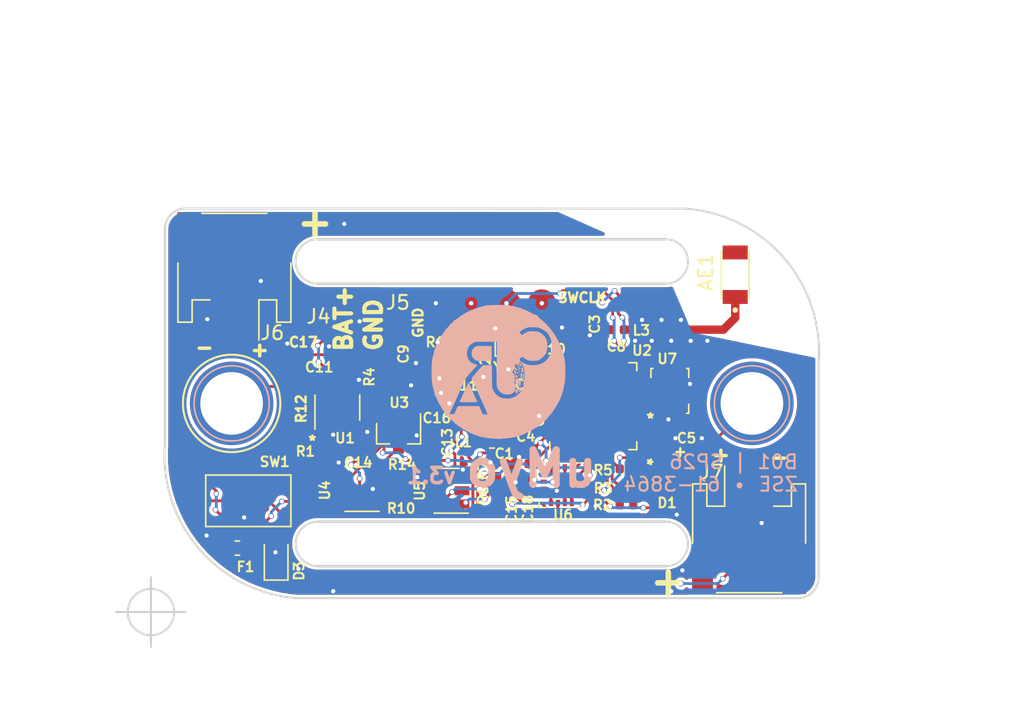
<source format=kicad_pcb>
(kicad_pcb (version 20241229) (generator "pcbnew") (generator_version "9.0")
  (layers (0 "F.Cu" signal) (2 "B.Cu" signal) (13 "F.Paste" user) (15 "B.Paste" user) (5 "F.SilkS" user "F.Silkscreen") (7 "B.SilkS" user "B.Silkscreen") (1 "F.Mask" user) (3 "B.Mask" user) (25 "Edge.Cuts" user))
  (net 0 "")
  (net 1 "GND")
  (net 2 "+BATT")
  (net 3 "+3V3")
  (net 4 "SWDIO")
  (net 5 "SWDCLK")
  (net 6 "BATT_LEVEL")
  (net 7 "Net-(C1-Pad1)")
  (net 8 "Net-(C2-Pad1)")
  (net 9 "Net-(C3-Pad1)")
  (net 10 "Net-(C12-Pad2)")
  (net 11 "Net-(R5-Pad2)")
  (net 12 "+4V")
  (net 13 "BT_OUT")
  (net 14 "SYS_ON")
  (net 15 "ADC_DATA")
  (net 16 "Net-(C8-Pad1)")
  (net 17 "Net-(C9-Pad2)")
  (net 18 "Net-(C10-Pad2)")
  (net 19 "Net-(C11-Pad2)")
  (net 20 "Net-(C11-Pad1)")
  (net 21 "Net-(D1-Pad2)")
  (net 22 "Net-(D1-Pad3)")
  (net 23 "Net-(D1-Pad1)")
  (net 24 "Net-(J2-Pad1)")
  (net 25 "Net-(L1-Pad2)")
  (net 26 "Net-(L1-Pad1)")
  (net 27 "Net-(R2-Pad2)")
  (net 28 "Net-(R3-Pad2)")
  (net 29 "Net-(R6-Pad2)")
  (net 30 "Net-(C17-Pad2)")
  (net 31 "AMP_SHIFT")
  (net 32 "Net-(U4-Pad4)")
  (net 35 "SPI_CS")
  (net 36 "SPI_SCL")
  (net 37 "SPI_SDI")
  (net 38 "SPI_SDO")
  (net 39 "IMU_INT")
  (net 40 "Net-(AE1-Pad1)")
  (net 41 "SCL")
  (net 42 "SDA")
  (net 62 "Net-(R14-Pad2)")
  (net 64 "+3V8")
  (net 65 "Net-(C15-Pad1)")
  (net 66 "Net-(C18-Pad1)")
  (net 67 "Net-(C18-Pad2)")
  (footprint "Button_Switch_SMD:SW_SPST_CK_RS282G05A3" (layer "F.Cu") (at 105 105)
    (property "Reference" "SW1")
    (property "Value" "SW_Push")
  )
  (footprint "Resistor_SMD:R_0402_1005Metric" (layer "F.Cu") (at 122.85 104.64 90)
    (property "Reference" "R6")
    (property "Value" "22k")
  )
  (footprint "Resistor_SMD:R_0402_1005Metric" (layer "F.Cu") (at 122.86 102.74 90)
    (property "Reference" "R7")
    (property "Value" "100k")
  )
  (footprint "ultimate_library:LGA-14_3x2.5mm_P0.5mm_fix" (layer "F.Cu") (at 135.3 97.1 90)
    (property "Reference" "U7")
    (property "Value" "LSM6DS3")
  )
  (footprint "ultimate_library:LED_RGB_0603_a4" (layer "F.Cu") (at 135 103 90)
    (property "Reference" "D1")
    (property "Value" "LED_BGRA")
  )
  (footprint "Capacitor_SMD:C_0402_1005Metric" (layer "F.Cu") (at 112.085 95.3 180)
    (property "Reference" "C11")
    (property "Value" "680 pF")
  )
  (footprint "Inductor_SMD:L_0402_1005Metric" (layer "F.Cu") (at 123.065 99.15)
    (property "Reference" "L2")
    (property "Value" "15 nH")
  )
  (footprint "Capacitor_SMD:C_0402_1005Metric" (layer "F.Cu") (at 126.715 93.1 180)
    (property "Reference" "C10")
    (property "Value" "12 pF")
  )
  (footprint "Capacitor_SMD:C_0402_1005Metric" (layer "F.Cu") (at 128.8 92.415 90)
    (property "Reference" "C3")
    (property "Value" "100 pF")
  )
  (footprint "Inductor_SMD:L_0402_1005Metric" (layer "F.Cu") (at 131.515 92.7 180)
    (property "Reference" "L3")
    (property "Value" "5.1 nH")
  )
  (footprint "Capacitor_SMD:C_0402_1005Metric" (layer "F.Cu") (at 120.53 99.05)
    (property "Reference" "C16")
    (property "Value" "100 nF")
  )
  (footprint "ultimate_library:conn_16_20" (layer "F.Cu") (at 110.05 91.25)
    (property "Reference" "J4")
    (property "Value" "Conn_01x01_Male")
  )
  (footprint "Package_TO_SOT_SMD:SOT-23-8" (layer "F.Cu") (at 111.4 98.3 90)
    (property "Reference" "U1")
    (property "Value" "AD8293G80ARJZ-R2")
  )
  (footprint "Capacitor_SMD:C_0402_1005Metric" (layer "F.Cu") (at 124.915 95.6)
    (property "Reference" "C6")
    (property "Value" "100 nF")
  )
  (footprint "Resistor_SMD:R_0402_1005Metric" (layer "F.Cu") (at 110.7 101.45 180)
    (property "Reference" "R1")
    (property "Value" "200k")
  )
  (footprint "Capacitor_SMD:C_0402_1005Metric" (layer "F.Cu") (at 112.815 101.45)
    (property "Reference" "C14")
    (property "Value" "2.2 uF")
  )
  (footprint "Capacitor_SMD:C_0402_1005Metric" (layer "F.Cu") (at 117.8 96.885 90)
    (property "Reference" "C7")
    (property "Value" "39 nF")
  )
  (footprint "Resistor_SMD:R_0402_1005Metric" (layer "F.Cu") (at 116 104.45)
    (property "Reference" "R10")
    (property "Value" "200k")
  )
  (footprint "Capacitor_SMD:C_0402_1005Metric" (layer "F.Cu") (at 124.655 102.34 180)
    (property "Reference" "C1")
    (property "Value" "100 nF")
  )
  (footprint "Crystal:Crystal_SMD_2016-4Pin_2.0x1.6mm" (layer "F.Cu") (at 124.1 93.45)
    (property "Reference" "Y1")
    (property "Value" "32MHz")
  )
  (footprint "ultimate_library:QFN-48-1EP_6x6mm_Pitch0.4mm" (layer "F.Cu") (at 129.8 98.2 90)
    (property "Reference" "U2")
    (property "Value" "nRF52810-QFxx")
  )
  (footprint "Package_TO_SOT_SMD:SOT-23" (layer "F.Cu") (at 115.8 100.15 -90)
    (property "Reference" "U3")
    (property "Value" "XC6206P332MR_SOT23")
  )
  (footprint "Inductor_SMD:L_0603_1608Metric" (layer "F.Cu") (at 122.5125 100.7 180)
    (property "Reference" "L1")
    (property "Value" "10 uH")
  )
  (footprint "Capacitor_SMD:C_0402_1005Metric" (layer "F.Cu") (at 129.715 93.9 180)
    (property "Reference" "C8")
    (property "Value" "0.8 pF")
  )
  (footprint "Resistor_SMD:R_0402_1005Metric" (layer "F.Cu") (at 118.885 94.6)
    (property "Reference" "R13")
    (property "Value" "4.7M")
  )
  (footprint "Capacitor_SMD:C_0402_1005Metric" (layer "F.Cu") (at 108.185 94.5)
    (property "Reference" "C17")
    (property "Value" "2.2 uF")
  )
  (footprint "Resistor_SMD:R_0402_1005Metric" (layer "F.Cu") (at 132.2 104 180)
    (property "Reference" "R3")
    (property "Value" "2k")
  )
  (footprint "Capacitor_SMD:C_0402_1005Metric" (layer "F.Cu") (at 125.035 101.25 180)
    (property "Reference" "C4")
    (property "Value" "100 nF")
  )
  (footprint "Capacitor_SMD:C_0402_1005Metric" (layer "F.Cu") (at 122 93.48 -90)
    (property "Reference" "C12")
    (property "Value" "12 pF")
  )
  (footprint "Resistor_SMD:R_0402_1005Metric" (layer "F.Cu") (at 108.7 96.3 -90)
    (property "Reference" "R12")
    (property "Value" "4.7M")
  )
  (footprint "Resistor_SMD:R_0402_1005Metric" (layer "F.Cu") (at 132.185 102.7 180)
    (property "Reference" "R5")
    (property "Value" "2k")
  )
  (footprint "Capacitor_SMD:C_0402_1005Metric" (layer "F.Cu") (at 124.95 98.915 90)
    (property "Reference" "C2")
    (property "Value" "2.2 uF")
  )
  (footprint "Capacitor_SMD:C_0402_1005Metric" (layer "F.Cu") (at 134.715 100.4 180)
    (property "Reference" "C5")
    (property "Value" "2.2 uF")
  )
  (footprint "ultimate_library:SWD_POGO" (layer "F.Cu") (at 122.29 90.8 -90)
    (property "Reference" "SC1")
    (property "Value" "SWD_POGO")
  )
  (footprint "ultimate_library:conn_16_20" (layer "F.Cu") (at 115.75 91.25 180)
    (property "Reference" "J5")
    (property "Value" "Conn_01x01_Male")
  )
  (footprint "Capacitor_SMD:C_0402_1005Metric" (layer "F.Cu") (at 118.3 100.765 -90)
    (property "Reference" "C13")
    (property "Value" "2.2 uF")
  )
  (footprint "Resistor_SMD:R_0402_1005Metric" (layer "F.Cu") (at 132.185 105.3 180)
    (property "Reference" "R2")
    (property "Value" "2k")
  )
  (footprint "Resistor_SMD:R_0402_1005Metric" (layer "F.Cu") (at 114.6 96.215 -90)
    (property "Reference" "R4")
    (property "Value" "100k")
  )
  (footprint "Capacitor_SMD:C_0402_1005Metric" (layer "F.Cu") (at 116.1 96.215 90)
    (property "Reference" "C9")
    (property "Value" "100 nF")
  )
  (footprint "Package_TO_SOT_SMD:SOT-23-5" (layer "F.Cu") (at 119.26 104.28 180)
    (property "Reference" "U5")
    (property "Value" "74AHC1G32")
  )
  (footprint "Resistor_SMD:R_0402_1005Metric" (layer "F.Cu") (at 120.515 97.75 180)
    (property "Reference" "R11")
    (property "Value" "100k")
  )
  (footprint "Connector_JST:JST_PH_S2B-PH-SM4-TB_1x02-1MP_P2.00mm_Horizontal" (layer "F.Cu") (at 104 88.85 180)
    (property "Reference" "J6")
    (property "Value" "Conn_01x02_Female")
  )
  (footprint "Connector_JST:JST_PH_S2B-PH-SM4-TB_1x02-1MP_P2.00mm_Horizontal" (layer "F.Cu") (at 141 107.1)
    (property "Reference" "J7")
    (property "Value" "Conn_01x02_Female")
  )
  (footprint "Resistor_SMD:R_0402_1005Metric" (layer "F.Cu") (at 116 103.25 180)
    (property "Reference" "R14")
    (property "Value" "10k")
  )
  (footprint "Package_TO_SOT_SMD:SOT-23-5" (layer "F.Cu") (at 112.85 104.15 180)
    (property "Reference" "U4")
    (property "Value" "MT9700")
  )
  (footprint "Diode_SMD:D_SOD-323" (layer "F.Cu") (at 107 109.2 90)
    (property "Reference" "D3")
    (property "Value" "D")
  )
  (footprint "Package_LGA:LGA-16_3x3mm_P0.5mm" (layer "F.Cu") (at 127.505 103.88 -90)
    (property "Reference" "U6")
    (property "Value" "QMC5883L")
  )
  (footprint "ultimate_library:KH3216-A55" (layer "F.Cu") (at 140 88.75 90)
    (property "Reference" "AE1")
    (property "Value" "Antenna")
  )
  (footprint "Fuse:Fuse_0603_1608Metric" (layer "F.Cu") (at 104.2125 108.4 180)
    (property "Reference" "F1")
    (property "Value" "Fuse")
  )
  (footprint "Capacitor_SMD:C_0402_1005Metric" (layer "F.Cu") (at 125.08 103.88 -90)
    (property "Reference" "C18")
    (property "Value" "100 nF")
  )
  (footprint "Capacitor_SMD:C_0402_1005Metric" (layer "F.Cu") (at 123.94 103.895 90)
    (property "Reference" "C15")
    (property "Value" "2.2 uF")
  )
  (footprint "ultimate_library:uMyo_dry_connector" (layer "B.Cu") (at 141.2 98)
    (property "Reference" "J1")
    (property "Value" "Conn_01x01_Male")
  )
  (footprint "ultimate_library:uMyo_dry_connector" (layer "B.Cu") (at 103.8 98 180)
    (property "Reference" "J2")
    (property "Value" "Conn_01x01_Male")
  )
  (footprint "LOGO" (layer "B.Cu") (at 122.970322 95.789313 180)
    (property "Reference" "G***" (hide yes))
    (property "Value" "LOGO" (hide yes))
  )
  (gr_circle (center 103.8 98) (end 107.3 98) (stroke (width 0.15)) (fill no) (layer "F.SilkS"))
  (gr_line (start 108.5 112) (end 144.5 112) (stroke (width 0.15)) (layer "Edge.Cuts"))
  (gr_arc (start 135 106.5) (mid 136.6 108.1) (end 135 109.7) (stroke (width 0.15)) (layer "Edge.Cuts"))
  (gr_line (start 110 106.5) (end 135 106.5) (stroke (width 0.2)) (layer "Edge.Cuts"))
  (gr_line (start 110 109.7) (end 135 109.7) (stroke (width 0.2)) (layer "Edge.Cuts"))
  (gr_arc (start 110 109.7) (mid 108.4 108.1) (end 110 106.5) (stroke (width 0.15)) (layer "Edge.Cuts"))
  (gr_line (start 110 86.2) (end 135 86.2) (stroke (width 0.2)) (layer "Edge.Cuts"))
  (gr_line (start 110 89.4) (end 135 89.4) (stroke (width 0.2)) (layer "Edge.Cuts"))
  (gr_arc (start 110 89.4) (mid 108.4 87.8) (end 110 86.2) (stroke (width 0.15)) (layer "Edge.Cuts"))
  (gr_arc (start 135 86.2) (mid 136.6 87.8) (end 135 89.4) (stroke (width 0.15)) (layer "Edge.Cuts"))
  (gr_arc (start 146 110.5) (mid 145.56066 111.56066) (end 144.5 112) (stroke (width 0.15)) (layer "Edge.Cuts"))
  (gr_arc (start 108.5 112) (mid 101.471825 108.467514) (end 99 101) (stroke (width 0.15)) (layer "Edge.Cuts"))
  (gr_arc (start 136.4 84) (mid 143.478175 87.511775) (end 146 95) (stroke (width 0.15)) (layer "Edge.Cuts"))
  (gr_arc (start 99 85.5) (mid 99.434636 84.430766) (end 100.5 83.986726) (stroke (width 0.15)) (layer "Edge.Cuts"))
  (gr_line (start 146 110.5) (end 146 95) (stroke (width 0.15)) (layer "Edge.Cuts"))
  (gr_line (start 100.5 83.986726) (end 136.4 84) (stroke (width 0.15)) (layer "Edge.Cuts"))
  (gr_line (start 99 101) (end 99 85.5) (stroke (width 0.15)) (layer "Edge.Cuts"))
  (gr_text "BAT+" (at 111.85 91.9 90) (layer "F.SilkS") (effects (font (size 1.2 1.2) (thickness 0.3))))
  (gr_text "GND" (at 114 92.35 90) (layer "F.SilkS") (effects (font (size 1.2 1.2) (thickness 0.3))))
  (gr_text "*" (at 133.65 102.2 270) (layer "F.SilkS") (effects (font (size 0.7 0.7) (thickness 0.175))))
  (gr_text "*" (at 127.02 101.77 0) (layer "F.SilkS") (effects (font (size 0.7 0.7) (thickness 0.175))))
  (gr_text "+" (at 136.05 101.45 0) (layer "F.SilkS") (effects (font (size 0.7 0.7) (thickness 0.175))))
  (gr_text "*" (at 109.6 100.7 0) (layer "F.SilkS") (effects (font (size 0.7 0.7) (thickness 0.175))))
  (gr_text "*" (at 133.9 99.1 0) (layer "F.SilkS") (effects (font (size 0.7 0.7) (thickness 0.175))))
  (gr_text "+" (at 135.05 110.9 90) (layer "F.SilkS") (effects (font (size 2 2) (thickness 0.4))))
  (gr_text "-" (at 101.85 94.1 180) (layer "F.SilkS") (effects (font (size 1 1) (thickness 0.25))))
  (gr_text "+" (at 105.75 94.2 90) (layer "F.SilkS") (effects (font (size 1 1) (thickness 0.25))))
  (gr_text "*" (at 129.39 102.76 0) (layer "F.SilkS") (effects (font (size 0.7 0.7) (thickness 0.175))))
  (gr_text "-" (at 143.15 102 180) (layer "F.SilkS") (effects (font (size 1 1) (thickness 0.25))))
  (gr_text "+" (at 109.65 85.1 90) (layer "F.SilkS") (effects (font (size 2 2) (thickness 0.4))))
  (gr_text "+" (at 138.9 101.75 90) (layer "F.SilkS") (effects (font (size 1 1) (thickness 0.25))))
  (gr_text "uMyo" (at 125.35 102.7 0) (layer "B.SilkS") (effects (font (size 2.5 2.5) (thickness 0.5)) (justify mirror)))
  (gr_text "v3.1" (at 118.15 103.2 0) (layer "B.SilkS") (effects (font (size 1.1 1.1) (thickness 0.25)) (justify mirror)))
  (gr_text "B01 | SP26  \nZSE • 61-3864" (at 144.6 104.4 0) (layer "B.SilkS") (effects (font (size 1 1)) (justify left bottom mirror)))
  (target plus (at 98 113) (size 5) (width 0.15) (layer "Edge.Cuts"))
  (segment (start 120.36 103.33) (end 120.36 102.82) (width 0.2) (layer "F.Cu") (net 1))
  (segment (start 124.8 94) (end 124.635 94) (width 0.2) (layer "F.Cu") (net 1))
  (segment (start 142 106.5) (end 141.9 106.6) (width 0.2) (layer "F.Cu") (net 1))
  (segment (start 123.94 103.41) (end 123.94 102.57) (width 0.2) (layer "F.Cu") (net 1))
  (segment (start 124.635 94) (end 123.535 92.9) (width 0.2) (layer "F.Cu") (net 1))
  (segment (start 103 91.7) (end 102.3 91.7) (width 0.2) (layer "F.Cu") (net 1))
  (segment (start 122.86 102.255) (end 124.085 102.255) (width 0.2) (layer "F.Cu") (net 1))
  (segment (start 117.5 96.7) (end 117.8 96.4) (width 0.2) (layer "F.Cu") (net 1))
  (segment (start 125.875 99.075) (end 125.23 98.43) (width 0.2) (layer "F.Cu") (net 1))
  (segment (start 107.7 93.8) (end 107.8 93.7) (width 0.2) (layer "F.Cu") (net 1))
  (segment (start 128.8 99.2) (end 129.8 98.2) (width 0.2) (layer "F.Cu") (net 1))
  (segment (start 135.2 100.4) (end 135.6 100.4) (width 0.2) (layer "F.Cu") (net 1))
  (segment (start 120.36 102.82) (end 120.42 102.76) (width 0.2) (layer "F.Cu") (net 1))
  (segment (start 112.33 101.45) (end 112.3 101.45) (width 0.2) (layer "F.Cu") (net 1))
  (segment (start 120.045 99.05) (end 120.045 97.765) (width 0.2) (layer "F.Cu") (net 1))
  (segment (start 135.05 99) (end 135.2 99.15) (width 0.2) (layer "F.Cu") (net 1))
  (segment (start 114.6 96.7) (end 116.1 96.7) (width 0.2) (layer "F.Cu") (net 1))
  (segment (start 127.755 104.86) (end 127.175 104.28) (width 0.2) (layer "F.Cu") (net 1))
  (segment (start 129.23 93.42) (end 129.55 93.1) (width 0.2) (layer "F.Cu") (net 1))
  (segment (start 135.55 98.8) (end 135.2 99.15) (width 0.2) (layer "F.Cu") (net 1))
  (segment (start 131.2 96.8) (end 129.8 98.2) (width 0.2) (layer "F.Cu") (net 1))
  (segment (start 135.6 100.4) (end 135.7 100.5) (width 0.2) (layer "F.Cu") (net 1))
  (segment (start 125.23 98.43) (end 124.95 98.43) (width 0.2) (layer "F.Cu") (net 1))
  (segment (start 129.6 95.275) (end 129.6 98) (width 0.2) (layer "F.Cu") (net 1))
  (segment (start 127.755 105.155) (end 127.755 104.86) (width 0.2) (layer "F.Cu") (net 1))
  (segment (start 142 104.25) (end 142 106.5) (width 0.2) (layer "F.Cu") (net 1))
  (segment (start 116.485 103.25) (end 117.1 103.25) (width 0.2) (layer "F.Cu") (net 1))
  (segment (start 124.085 102.255) (end 124.17 102.34) (width 0.2) (layer "F.Cu") (net 1))
  (segment (start 135.05 98.2375) (end 135.05 99) (width 0.2) (layer "F.Cu") (net 1))
  (segment (start 124.55 101.25) (end 124.55 101.76) (width 0.2) (layer "F.Cu") (net 1))
  (segment (start 116.7 96.7) (end 117.5 96.7) (width 0.2) (layer "F.Cu") (net 1))
  (segment (start 123.535 92.9) (end 123.4 92.9) (width 0.2) (layer "F.Cu") (net 1))
  (segment (start 123.4 92.9) (end 123.05 92.9) (width 0.2) (layer "F.Cu") (net 1))
  (segment (start 122 92.995) (end 123.305 92.995) (width 0.2) (layer "F.Cu") (net 1))
  (segment (start 124.43 95.6) (end 123.75 95.6) (width 0.2) (layer "F.Cu") (net 1))
  (segment (start 126.875 99.2) (end 128.8 99.2) (width 0.2) (layer "F.Cu") (net 1))
  (segment (start 129.6 98) (end 129.8 98.2) (width 0.2) (layer "F.Cu") (net 1))
  (segment (start 125.875 98.925) (end 125.9 98.9) (width 0.2) (layer "F.Cu") (net 1))
  (segment (start 124.55 101.76) (end 124.46 101.85) (width 0.2) (layer "F.Cu") (net 1))
  (segment (start 112.3 101.45) (end 111.5 102.25) (width 0.2) (layer "F.Cu") (net 1))
  (segment (start 136.25 97.1) (end 136.75 96.6) (width 0.2) (layer "F.Cu") (net 1))
  (segment (start 107 108.15) (end 107 108.65) (width 0.2) (layer "F.Cu") (net 1))
  (segment (start 127.2 92.9) (end 127.55 92.55) (width 0.2) (layer "F.Cu") (net 1))
  (segment (start 115.75 91.25) (end 118.03 91.25) (width 0.2) (layer "F.Cu") (net 1))
  (segment (start 102.3 91.7) (end 102.05 91.95) (width 0.2) (layer "F.Cu") (net 1))
  (segment (start 129.6 94.27) (end 129.23 93.9) (width 0.2) (layer "F.Cu") (net 1))
  (segment (start 118.03 91.25) (end 118.48 90.8) (width 0.2) (layer "F.Cu") (net 1))
  (segment (start 131.2 95.275) (end 131.2 96.8) (width 0.2) (layer "F.Cu") (net 1))
  (segment (start 116.1 96.7) (end 116.7 96.7) (width 0.2) (layer "F.Cu") (net 1))
  (segment (start 120.045 97.765) (end 120.03 97.75) (width 0.2) (layer "F.Cu") (net 1))
  (segment (start 124.17 102.34) (end 124.17 102.14) (width 0.2) (layer "F.Cu") (net 1))
  (segment (start 135.2 100.4) (end 135.2 99.15) (width 0.2) (layer "F.Cu") (net 1))
  (segment (start 111.07 99.4) (end 111.07 100.22) (width 0.2) (layer "F.Cu") (net 1))
  (segment (start 124.17 102.14) (end 124.46 101.85) (width 0.2) (layer "F.Cu") (net 1))
  (segment (start 123.75 95.6) (end 123.7 95.55) (width 0.2) (layer "F.Cu") (net 1))
  (segment (start 129.23 93.9) (end 129.23 93.42) (width 0.2) (layer "F.Cu") (net 1))
  (segment (start 111.07 100.22) (end 111.1 100.25) (width 0.2) (layer "F.Cu") (net 1))
  (segment (start 117.1 103.25) (end 117.15 103.3) (width 0.2) (layer "F.Cu") (net 1))
  (segment (start 125.875 99.075) (end 125.875 98.925) (width 0.2) (layer "F.Cu") (net 1))
  (segment (start 116.75 99.95) (end 117.1 100.3) (width 0.2) (layer "F.Cu") (net 1))
  (segment (start 126 99.2) (end 125.875 99.075) (width 0.2) (layer "F.Cu") (net 1))
  (segment (start 126.875 99.2) (end 126 99.2) (width 0.2) (layer "F.Cu") (net 1))
  (segment (start 126.755 105.155) (end 126.755 104.7) (width 0.2) (layer "F.Cu") (net 1))
  (segment (start 120.03 97.75) (end 119.7 97.75) (width 0.2) (layer "F.Cu") (net 1))
  (segment (start 107 108.65) (end 106.95 108.7) (width 0.2) (layer "F.Cu") (net 1))
  (segment (start 127.2 93.1) (end 127.2 92.9) (width 0.2) (layer "F.Cu") (net 1))
  (segment (start 128.8 91.93) (end 128.17 91.93) (width 0.2) (layer "F.Cu") (net 1))
  (segment (start 128.17 91.93) (end 127.55 92.55) (width 0.2) (layer "F.Cu") (net 1))
  (segment (start 135.55 98.2375) (end 135.55 98.8) (width 0.2) (layer "F.Cu") (net 1))
  (segment (start 129.6 95.275) (end 129.6 94.27) (width 0.2) (layer "F.Cu") (net 1))
  (segment (start 136.1875 97.1) (end 136.25 97.1) (width 0.2) (layer "F.Cu") (net 1))
  (segment (start 119.7 97.75) (end 119.45 98) (width 0.2) (layer "F.Cu") (net 1))
  (segment (start 123.94 102.57) (end 124.17 102.34) (width 0.2) (layer "F.Cu") (net 1))
  (segment (start 126.755 104.7) (end 127.175 104.28) (width 0.2) (layer "F.Cu") (net 1))
  (segment (start 107.7 94.5) (end 107.7 93.8) (width 0.2) (layer "F.Cu") (net 1))
  (segment (start 123.05 92.9) (end 122.75 92.6) (width 0.2) (layer "F.Cu") (net 1))
  (segment (start 136.1875 96.6) (end 136.75 96.6) (width 0.2) (layer "F.Cu") (net 1))
  (segment (start 116.75 99.15) (end 116.75 99.95) (width 0.2) (layer "F.Cu") (net 1))
  (segment (start 123.305 92.995) (end 123.4 92.9) (width 0.2) (layer "F.Cu") (net 1))
  (via (at 120.42 102.76) (size 0.4) (drill 0.3) (layers "F.Cu" "B.Cu") (net 1))
  (via (at 118.6 93.6) (size 0.4) (drill 0.3) (layers "F.Cu" "B.Cu") (net 1))
  (via (at 107.8 93.7) (size 0.4) (drill 0.3) (layers "F.Cu" "B.Cu") (net 1))
  (via (at 125.9 98.9) (size 0.4) (drill 0.3) (layers "F.Cu" "B.Cu") (net 1))
  (via (at 133.3 92) (size 0.4) (drill 0.3) (layers "F.Cu" "B.Cu") (net 1))
  (via (at 108.6 109.9) (size 0.4) (drill 0.3) (layers "F.Cu" "B.Cu") (net 1))
  (via (at 138 93.5) (size 0.4) (drill 0.3) (layers "F.Cu" "B.Cu") (net 1))
  (via (at 124.22 103.67) (size 0.4) (drill 0.3) (layers "F.Cu" "B.Cu") (net 1))
  (via (at 135.7 100.5) (size 0.4) (drill 0.3) (layers "F.Cu" "B.Cu") (net 1))
  (via (at 137.6 100.5) (size 0.4) (drill 0.3) (layers "F.Cu" "B.Cu") (net 1))
  (via (at 135.4 111.5) (size 0.4) (drill 0.3) (layers "F.Cu" "B.Cu") (net 1))
  (via (at 136.8 93.5) (size 0.4) (drill 0.3) (layers "F.Cu" "B.Cu") (net 1))
  (via (at 127.175 104.28) (size 0.4) (drill 0.3) (layers "F.Cu" "B.Cu") (net 1))
  (via (at 116.7 96.7) (size 0.4) (drill 0.3) (layers "F.Cu" "B.Cu") (net 1))
  (via (at 129.97 105.39) (size 0.4) (drill 0.3) (layers "F.Cu" "B.Cu") (net 1))
  (via (at 129.55 93.1) (size 0.4) (drill 0.3) (layers "F.Cu" "B.Cu") (net 1))
  (via (at 134 93.5) (size 0.4) (drill 0.3) (layers "F.Cu" "B.Cu") (net 1))
  (via (at 117.05 95.1) (size 0.4) (drill 0.3) (layers "F.Cu" "B.Cu") (net 1))
  (via (at 110.8 93.9) (size 0.4) (drill 0.3) (layers "F.Cu" "B.Cu") (net 1))
  (via (at 135.4 93.5) (size 0.4) (drill 0.3) (layers "F.Cu" "B.Cu") (net 1))
  (via (at 102.05 91.95) (size 0.4) (drill 0.3) (layers "F.Cu" "B.Cu") (net 1))
  (via (at 106.95 108.7) (size 0.4) (drill 0.3) (layers "F.Cu" "B.Cu") (net 1))
  (via (at 111.1 100.25) (size 0.4) (drill 0.3) (layers "F.Cu" "B.Cu") (net 1))
  (via (at 105.9 89.2) (size 0.4) (drill 0.3) (layers "F.Cu" "B.Cu") (net 1))
  (via (at 113.55 100.05) (size 0.4) (drill 0.3) (layers "F.Cu" "B.Cu") (net 1))
  (via (at 124.46 101.85) (size 0.4) (drill 0.3) (layers "F.Cu" "B.Cu") (net 1))
  (via (at 136.75 96.6) (size 0.4) (drill 0.3) (layers "F.Cu" "B.Cu") (net 1))
  (via (at 127.55 92.55) (size 0.4) (drill 0.3) (layers "F.Cu" "B.Cu") (net 1))
  (via (at 119.45 98) (size 0.4) (drill 0.3) (layers "F.Cu" "B.Cu") (net 1))
  (via (at 141.9 106.6) (size 0.4) (drill 0.3) (layers "F.Cu" "B.Cu") (net 1))
  (via (at 111.5 102.25) (size 0.4) (drill 0.3) (layers "F.Cu" "B.Cu") (net 1))
  (via (at 121.9 96.1) (size 0.4) (drill 0.3) (layers "F.Cu" "B.Cu") (net 1))
  (via (at 117.15 103.3) (size 0.4) (drill 0.3) (layers "F.Cu" "B.Cu") (net 1))
  (via (at 111.1 111.5) (size 0.4) (drill 0.3) (layers "F.Cu" "B.Cu") (net 1))
  (via (at 134.7 92) (size 0.4) (drill 0.3) (layers "F.Cu" "B.Cu") (net 1))
  (via (at 113.95 104.15) (size 0.4) (drill 0.3) (layers "F.Cu" "B.Cu") (net 1))
  (via (at 122.41 102.24) (size 0.4) (drill 0.3) (layers "F.Cu" "B.Cu") (net 1))
  (via (at 135.8 106) (size 0.4) (drill 0.3) (layers "F.Cu" "B.Cu") (net 1))
  (via (at 113 92.1) (size 0.4) (drill 0.3) (layers "F.Cu" "B.Cu") (net 1))
  (via (at 122.75 92.6) (size 0.4) (drill 0.3) (layers "F.Cu" "B.Cu") (net 1))
  (via (at 117.1 100.3) (size 0.4) (drill 0.3) (layers "F.Cu" "B.Cu") (net 1))
  (via (at 112.95 96.3) (size 0.4) (drill 0.3) (layers "F.Cu" "B.Cu") (net 1))
  (via (at 111.9 85.1) (size 0.4) (drill 0.3) (layers "F.Cu" "B.Cu") (net 1))
  (via (at 132.8 93.5) (size 0.4) (drill 0.3) (layers "F.Cu" "B.Cu") (net 1))
  (via (at 136.1 92) (size 0.4) (drill 0.3) (layers "F.Cu" "B.Cu") (net 1))
  (via (at 136.2 110) (size 0.4) (drill 0.3) (layers "F.Cu" "B.Cu") (net 1))
  (via (at 135.2 99.15) (size 0.4) (drill 0.3) (layers "F.Cu" "B.Cu") (net 1))
  (via (at 123.7 95.55) (size 0.4) (drill 0.3) (layers "F.Cu" "B.Cu") (net 1))
  (via (at 118.48 90.8) (size 0.4) (drill 0.3) (layers "F.Cu" "B.Cu") (net 1))
  (via (at 104.7 106.2) (size 0.4) (drill 0.3) (layers "F.Cu" "B.Cu") (net 1))
  (via (at 102 107.5) (size 0.4) (drill 0.3) (layers "F.Cu" "B.Cu") (net 1))
  (segment (start 114.865 105.1) (end 115.515 104.45) (width 0.2) (layer "F.Cu") (net 2))
  (segment (start 113 104.55) (end 113 103.65) (width 0.2) (layer "F.Cu") (net 2))
  (segment (start 112.395908 102.40717) (end 112.653078 102.15) (width 0.2) (layer "F.Cu") (net 2))
  (segment (start 118.2 101.15) (end 118.3 101.25) (width 0.2) (layer "F.Cu") (net 2))
  (segment (start 115.8 101.15) (end 118.2 101.15) (width 0.2) (layer "F.Cu") (net 2))
  (segment (start 113.95 105.1) (end 114.865 105.1) (width 0.2) (layer "F.Cu") (net 2))
  (segment (start 113.55 105.1) (end 113.15 104.7) (width 0.2) (layer "F.Cu") (net 2))
  (segment (start 113 103.65) (end 113 103.4) (width 0.2) (layer "F.Cu") (net 2))
  (segment (start 113.15 104.7) (end 113 104.55) (width 0.2) (layer "F.Cu") (net 2))
  (segment (start 112.653078 102.15) (end 114.8 102.15) (width 0.2) (layer "F.Cu") (net 2))
  (segment (start 114.8 102.15) (end 115.8 101.15) (width 0.2) (layer "F.Cu") (net 2))
  (segment (start 113.95 105.1) (end 113.55 105.1) (width 0.2) (layer "F.Cu") (net 2))
  (via (at 112.395908 102.40717) (size 0.4) (drill 0.3) (layers "F.Cu" "B.Cu") (net 2))
  (via (at 113 103.4) (size 0.4) (drill 0.3) (layers "F.Cu" "B.Cu") (net 2))
  (segment (start 113 103.011262) (end 112.395908 102.40717) (width 0.2) (layer "B.Cu") (net 2))
  (segment (start 113 103.4) (end 113 103.011262) (width 0.2) (layer "B.Cu") (net 2))
  (segment (start 128.78 104.63) (end 128.51495 104.63) (width 0.2) (layer "F.Cu") (net 3))
  (segment (start 109.989488 93.850276) (end 111.089764 92.75) (width 0.2) (layer "F.Cu") (net 3))
  (segment (start 125.4 95.6) (end 124.8 95) (width 0.2) (layer "F.Cu") (net 3))
  (segment (start 119.1 92.85) (end 119.07 92.82) (width 0.2) (layer "F.Cu") (net 3))
  (segment (start 109.8 98.7) (end 109.805025 98.7) (width 0.2) (layer "F.Cu") (net 3))
  (segment (start 137.25 96.392893) (end 136.819607 95.9625) (width 0.2) (layer "F.Cu") (net 3))
  (segment (start 125.095 100.91285) (end 124.86215 100.68) (width 0.2) (layer "F.Cu") (net 3))
  (segment (start 130.556094 104.26) (end 129.44 104.26) (width 0.2) (layer "F.Cu") (net 3))
  (segment (start 134.23 100.4) (end 132.73 101.9) (width 0.2) (layer "F.Cu") (net 3))
  (segment (start 125.925 95.275) (end 127.6 95.275) (width 0.2) (layer "F.Cu") (net 3))
  (segment (start 127.755 102.605) (end 127.755 103.195) (width 0.2) (layer "F.Cu") (net 3))
  (segment (start 109.805025 98.7) (end 110.305025 98.2) (width 0.2) (layer "F.Cu") (net 3))
  (segment (start 111.07 97.93) (end 111.07 97.2) (width 0.2) (layer "F.Cu") (net 3))
  (segment (start 126.755 102.605) (end 126.755 102.455) (width 0.2) (layer "F.Cu") (net 3))
  (segment (start 114.85 99.15) (end 114.85 100.8) (width 0.2) (layer "F.Cu") (net 3))
  (segment (start 119.2 92.85) (end 119.1 92.85) (width 0.2) (layer "F.Cu") (net 3))
  (segment (start 126.875 100.4) (end 126.37 100.4) (width 0.2) (layer "F.Cu") (net 3))
  (segment (start 125.095 100.95) (end 125.095 100.91285) (width 0.2) (layer "F.Cu") (net 3))
  (segment (start 111.089764 92.75) (end 119.07 92.75) (width 0.2) (layer "F.Cu") (net 3))
  (segment (start 113.3 101.1) (end 113.3 101.45) (width 0.2) (layer "F.Cu") (net 3))
  (segment (start 136.2 99.35) (end 136.2 101.45) (width 0.2) (layer "F.Cu") (net 3))
  (segment (start 127 103.13) (end 127.69 103.13) (width 0.2) (layer "F.Cu") (net 3))
  (segment (start 110.305025 98.2) (end 110.8 98.2) (width 0.2) (layer "F.Cu") (net 3))
  (segment (start 128.14 103.58) (end 127.755 103.195) (width 0.2) (layer "F.Cu") (net 3))
  (segment (start 128.14 104.25505) (end 128.14 103.58) (width 0.2) (layer "F.Cu") (net 3))
  (segment (start 136.7 97.6) (end 136.775 97.525) (width 0.2) (layer "F.Cu") (net 3))
  (segment (start 109.65 102.1) (end 109.35 101.8) (width 0.2) (layer "F.Cu") (net 3))
  (segment (start 114.75 100.9) (end 114.2 101.45) (width 0.2) (layer "F.Cu") (net 3))
  (segment (start 129.44 104.395) (end 129.44 104.26) (width 0.2) (layer "F.Cu") (net 3))
  (segment (start 128.78 104.63) (end 129.205 104.63) (width 0.2) (layer "F.Cu") (net 3))
  (segment (start 119.07 92.75) (end 121.02 90.8) (width 0.2) (layer "F.Cu") (net 3))
  (segment (start 126.755 102.605) (end 126.755 102.885) (width 0.2) (layer "F.Cu") (net 3))
  (segment (start 111.185 101.45) (end 110.535 102.1) (width 0.2) (layer "F.Cu") (net 3))
  (segment (start 126.755 102.885) (end 127 103.13) (width 0.2) (layer "F.Cu") (net 3))
  (segment (start 132.73 101.9) (end 131.7 101.9) (width 0.2) (layer "F.Cu") (net 3))
  (segment (start 114.75 100.9) (end 114.75 101.45) (width 0.2) (layer "F.Cu") (net 3))
  (segment (start 111.185 101.315) (end 111.8 100.7) (width 0.2) (layer "F.Cu") (net 3))
  (segment (start 109.35 101.8) (end 109.35 99.15) (width 0.2) (layer "F.Cu") (net 3))
  (segment (start 121.35 95) (end 119.2 92.85) (width 0.2) (layer "F.Cu") (net 3))
  (segment (start 111.07 96.02) (end 110.05 95) (width 0.2) (layer "F.Cu") (net 3))
  (segment (start 125.13215 100.95) (end 125.095 100.95) (width 0.2) (layer "F.Cu") (net 3))
  (segment (start 134.23 100.63) (end 134.23 100.4) (width 0.2) (layer "F.Cu") (net 3))
  (segment (start 114.75 101.45) (end 114.65 101.55) (width 0.2) (layer "F.Cu") (net 3))
  (segment (start 125.4 95.6) (end 125.55 95.6) (width 0.2) (layer "F.Cu") (net 3))
  (segment (start 136.7 97.6) (end 136.7 98.85) (width 0.2) (layer "F.Cu") (net 3))
  (segment (start 116.294416 101.99643) (end 116.397986 102.1) (width 0.2) (layer "F.Cu") (net 3))
  (segment (start 111.8 100.7) (end 112.9 100.7) (width 0.2) (layer "F.Cu") (net 3))
  (segment (start 136.775 97.525) (end 136.775 97.325) (width 0.2) (layer "F.Cu") (net 3))
  (segment (start 125.9 95.25) (end 125.925 95.275) (width 0.2) (layer "F.Cu") (net 3))
  (segment (start 126.009469 100.842859) (end 125.922328 100.93) (width 0.2) (layer "F.Cu") (net 3))
  (segment (start 116.397986 102.1) (end 119.35 102.1) (width 0.2) (layer "F.Cu") (net 3))
  (segment (start 125.55 95.6) (end 125.9 95.25) (width 0.2) (layer "F.Cu") (net 3))
  (segment (start 124.8 95) (end 121.35 95) (width 0.2) (layer "F.Cu") (net 3))
  (segment (start 110.535 102.1) (end 109.65 102.1) (width 0.2) (layer "F.Cu") (net 3))
  (segment (start 136.1875 97.6) (end 136.7 97.6) (width 0.2) (layer "F.Cu") (net 3))
  (segment (start 110.8 98.2) (end 111.07 97.93) (width 0.2) (layer "F.Cu") (net 3))
  (segment (start 128.51495 104.63) (end 128.14 104.25505) (width 0.2) (layer "F.Cu") (net 3))
  (segment (start 123.9875 101.5625) (end 121.765037 101.5625) (width 0.2) (layer "F.Cu") (net 3))
  (segment (start 121.765037 101.5625) (end 121.657842 101.669695) (width 0.2) (layer "F.Cu") (net 3))
  (segment (start 124.23785 100.68) (end 123.9875 100.93035) (width 0.2) (layer "F.Cu") (net 3))
  (segment (start 136.775 97.325) (end 137.25 96.85) (width 0.2) (layer "F.Cu") (net 3))
  (segment (start 127.69 103.13) (end 127.755 103.195) (width 0.2) (layer "F.Cu") (net 3))
  (segment (start 114.85 100.8) (end 114.75 100.9) (width 0.2) (layer "F.Cu") (net 3))
  (segment (start 109.35 99.15) (end 109.8 98.7) (width 0.2) (layer "F.Cu") (net 3))
  (segment (start 123.9875 100.93035) (end 123.9875 101.5625) (width 0.2) (layer "F.Cu") (net 3))
  (segment (start 111.185 101.45) (end 111.185 101.315) (width 0.2) (layer "F.Cu") (net 3))
  (segment (start 135.45 102.2) (end 135.45 101.85) (width 0.2) (layer "F.Cu") (net 3))
  (segment (start 132.725 100.4) (end 134.23 100.4) (width 0.2) (layer "F.Cu") (net 3))
  (segment (start 125.729477 101.108616) (end 125.661384 101.108616) (width 0.2) (layer "F.Cu") (net 3))
  (segment (start 137.25 96.85) (end 137.25 96.392893) (width 0.2) (layer "F.Cu") (net 3))
  (segment (start 136.819607 95.9625) (end 136.05 95.9625) (width 0.2) (layer "F.Cu") (net 3))
  (segment (start 135.45 101.85) (end 134.23 100.63) (width 0.2) (layer "F.Cu") (net 3))
  (segment (start 129.205 104.63) (end 129.44 104.395) (width 0.2) (layer "F.Cu") (net 3))
  (segment (start 130.577403 104.238691) (end 130.556094 104.26) (width 0.2) (layer "F.Cu") (net 3))
  (segment (start 125.84 100.93) (end 125.52 101.25) (width 0.2) (layer "F.Cu") (net 3))
  (segment (start 124.86215 100.68) (end 124.23785 100.68) (width 0.2) (layer "F.Cu") (net 3))
  (segment (start 114.2 101.45) (end 113.3 101.45) (width 0.2) (layer "F.Cu") (net 3))
  (segment (start 136.7 98.85) (end 136.2 99.35) (width 0.2) (layer "F.Cu") (net 3))
  (segment (start 119.07 92.82) (end 119.07 92.75) (width 0.2) (layer "F.Cu") (net 3))
  (segment (start 125.922328 100.93) (end 125.84 100.93) (width 0.2) (layer "F.Cu") (net 3))
  (segment (start 112.9 100.7) (end 113.3 101.1) (width 0.2) (layer "F.Cu") (net 3))
  (segment (start 136.2 101.45) (end 135.45 102.2) (width 0.2) (layer "F.Cu") (net 3))
  (segment (start 126.37 100.4) (end 125.84 100.93) (width 0.2) (layer "F.Cu") (net 3))
  (segment (start 111.07 97.2) (end 111.07 96.02) (width 0.2) (layer "F.Cu") (net 3))
  (segment (start 125.43215 101.25) (end 125.13215 100.95) (width 0.2) (layer "F.Cu") (net 3))
  (segment (start 126.755 102.455) (end 126.41 102.11) (width 0.2) (layer "F.Cu") (net 3))
  (segment (start 125.52 101.25) (end 125.43215 101.25) (width 0.2) (layer "F.Cu") (net 3))
  (segment (start 125.661384 101.108616) (end 125.52 101.25) (width 0.2) (layer "F.Cu") (net 3))
  (via (at 119.35 102.1) (size 0.4) (drill 0.3) (layers "F.Cu" "B.Cu") (net 3))
  (via (at 126.009469 100.842859) (size 0.4) (drill 0.3) (layers "F.Cu" "B.Cu") (net 3))
  (via (at 121.02 90.8) (size 0.4) (drill 0.3) (layers "F.Cu" "B.Cu") (net 3))
  (via (at 110.05 95) (size 0.4) (drill 0.3) (layers "F.Cu" "B.Cu") (net 3))
  (via (at 131.7 101.9) (size 0.4) (drill 0.3) (layers "F.Cu" "B.Cu") (net 3))
  (via (at 114.65 101.55) (size 0.4) (drill 0.3) (layers "F.Cu" "B.Cu") (net 3))
  (via (at 116.294416 101.99643) (size 0.4) (drill 0.3) (layers "F.Cu" "B.Cu") (net 3))
  (via (at 126.41 102.11) (size 0.4) (drill 0.3) (layers "F.Cu" "B.Cu") (net 3))
  (via (at 130.577403 104.238691) (size 0.4) (drill 0.3) (layers "F.Cu" "B.Cu") (net 3))
  (via (at 109.989488 93.850276) (size 0.4) (drill 0.3) (layers "F.Cu" "B.Cu") (net 3))
  (via (at 121.657842 101.669695) (size 0.4) (drill 0.3) (layers "F.Cu" "B.Cu") (net 3))
  (segment (start 126.41 102.11) (end 126.41 101.789139) (width 0.2) (layer "B.Cu") (net 3))
  (segment (start 120.499057 102.163304) (end 121.164233 102.163304) (width 0.2) (layer "B.Cu") (net 3))
  (segment (start 126.41 101.24339) (end 126.009469 100.842859) (width 0.2) (layer "B.Cu") (net 3))
  (segment (start 114.65 101.55) (end 115.847986 101.55) (width 0.2) (layer "B.Cu") (net 3))
  (segment (start 131.7 101.9) (end 131.7 103.116094) (width 0.2) (layer "B.Cu") (net 3))
  (segment (start 120.435753 102.1) (end 120.499057 102.163304) (width 0.2) (layer "B.Cu") (net 3))
  (segment (start 110.05 93.910788) (end 109.989488 93.850276) (width 0.2) (layer "B.Cu") (net 3))
  (segment (start 121.164233 102.163304) (end 121.657842 101.669695) (width 0.2) (layer "B.Cu") (net 3))
  (segment (start 110.05 95) (end 110.05 93.910788) (width 0.2) (layer "B.Cu") (net 3))
  (segment (start 126.41 101.789139) (end 126.41 101.24339) (width 0.2) (layer "B.Cu") (net 3))
  (segment (start 131.7 103.116094) (end 130.577403 104.238691) (width 0.2) (layer "B.Cu") (net 3))
  (segment (start 115.847986 101.55) (end 116.294416 101.99643) (width 0.2) (layer "B.Cu") (net 3))
  (segment (start 119.35 102.1) (end 120.435753 102.1) (width 0.2) (layer "B.Cu") (net 3))
  (segment (start 131.6 93.8) (end 131.3 93.5) (width 0.2) (layer "F.Cu") (net 4))
  (segment (start 131.6 95.275) (end 131.6 93.8) (width 0.2) (layer "F.Cu") (net 4))
  (segment (start 129.8 89.9) (end 127.6 89.9) (width 0.2) (layer "F.Cu") (net 4))
  (segment (start 127.6 89.9) (end 127.4 90.1) (width 0.2) (layer "F.Cu") (net 4))
  (segment (start 131.189373 91.831694) (end 131.189373 90.589373) (width 0.2) (layer "F.Cu") (net 4))
  (segment (start 131.189373 90.589373) (end 130.5 89.9) (width 0.2) (layer "F.Cu") (net 4))
  (segment (start 130.5 89.9) (end 129.8 89.9) (width 0.2) (layer "F.Cu") (net 4))
  (via (at 123.56 90.8) (size 0.4) (drill 0.3) (layers "F.Cu" "B.Cu") (net 4))
  (via (at 131.189373 91.831694) (size 0.4) (drill 0.3) (layers "F.Cu" "B.Cu") (net 4))
  (via (at 131.3 93.5) (size 0.4) (drill 0.3) (layers "F.Cu" "B.Cu") (net 4))
  (via (at 127.4 90.1) (size 0.4) (drill 0.3) (layers "F.Cu" "B.Cu") (net 4))
  (segment (start 131.3 91.942321) (end 131.189373 91.831694) (width 0.2) (layer "B.Cu") (net 4))
  (segment (start 131.3 93.5) (end 131.3 91.942321) (width 0.2) (layer "B.Cu") (net 4))
  (segment (start 127.4 90.1) (end 124.26 90.1) (width 0.2) (layer "B.Cu") (net 4))
  (segment (start 124.26 90.1) (end 123.56 90.8) (width 0.2) (layer "B.Cu") (net 4))
  (segment (start 131.6 90.6) (end 131.6 90.188583) (width 0.2) (layer "F.Cu") (net 5))
  (segment (start 131.885751 91.831008) (end 131.6 91.545257) (width 0.2) (layer "F.Cu") (net 5))
  (segment (start 128.1 90.3) (end 127.6 90.8) (width 0.2) (layer "F.Cu") (net 5))
  (segment (start 131.6 90.188583) (end 131.325722 89.914305) (width 0.2) (layer "F.Cu") (net 5))
  (segment (start 131.6 91.545257) (end 131.6 90.6) (width 0.2) (layer "F.Cu") (net 5))
  (segment (start 132 95.275) (end 132 93.5) (width 0.2) (layer "F.Cu") (net 5))
  (segment (start 129.981689 90.3) (end 128.1 90.3) (width 0.2) (layer "F.Cu") (net 5))
  (segment (start 127.6 90.8) (end 126.1 90.8) (width 0.2) (layer "F.Cu") (net 5))
  (segment (start 130.435252 90.753563) (end 129.981689 90.3) (width 0.2) (layer "F.Cu") (net 5))
  (via (at 131.325722 89.914305) (size 0.4) (drill 0.3) (layers "F.Cu" "B.Cu") (net 5))
  (via (at 126.1 90.8) (size 0.4) (drill 0.3) (layers "F.Cu" "B.Cu") (net 5))
  (via (at 132 93.5) (size 0.4) (drill 0.3) (layers "F.Cu" "B.Cu") (net 5))
  (via (at 131.885751 91.831008) (size 0.4) (drill 0.3) (layers "F.Cu" "B.Cu") (net 5))
  (via (at 130.435252 90.753563) (size 0.4) (drill 0.3) (layers "F.Cu" "B.Cu") (net 5))
  (segment (start 132 93.5) (end 132 91.945257) (width 0.2) (layer "B.Cu") (net 5))
  (segment (start 132 91.945257) (end 131.885751 91.831008) (width 0.2) (layer "B.Cu") (net 5))
  (segment (start 131.325722 89.914305) (end 131.27451 89.914305) (width 0.2) (layer "B.Cu") (net 5))
  (segment (start 131.27451 89.914305) (end 130.435252 90.753563) (width 0.2) (layer "B.Cu") (net 5))
  (segment (start 120.3 99.765) (end 121.015 99.05) (width 0.2) (layer "F.Cu") (net 6))
  (segment (start 119.8 102.48) (end 119.81 102.48) (width 0.2) (layer "F.Cu") (net 6))
  (segment (start 119.85 102.44) (end 119.85 101.65) (width 0.2) (layer "F.Cu") (net 6))
  (segment (start 120.3 99.765) (end 120.3 100.35) (width 0.2) (layer "F.Cu") (net 6))
  (segment (start 118.39 104.45) (end 119.34 103.5) (width 0.2) (layer "F.Cu") (net 6))
  (segment (start 119.85 101.65) (end 119.605592 101.405592) (width 0.2) (layer "F.Cu") (net 6))
  (segment (start 119.34 102.94) (end 119.8 102.48) (width 0.2) (layer "F.Cu") (net 6))
  (segment (start 126.875 97.6) (end 121.15 97.6) (width 0.2) (layer "F.Cu") (net 6))
  (segment (start 121.015 97.765) (end 121 97.75) (width 0.2) (layer "F.Cu") (net 6))
  (segment (start 121.15 97.6) (end 121 97.75) (width 0.2) (layer "F.Cu") (net 6))
  (segment (start 119.605592 101.405592) (end 119.590907 101.405592) (width 0.2) (layer "F.Cu") (net 6))
  (segment (start 121.015 99.05) (end 121.015 97.765) (width 0.2) (layer "F.Cu") (net 6))
  (segment (start 119.34 103.5) (end 119.34 102.94) (width 0.2) (layer "F.Cu") (net 6))
  (segment (start 119.81 102.48) (end 119.85 102.44) (width 0.2) (layer "F.Cu") (net 6))
  (segment (start 120.3 100.35) (end 120.35 100.4) (width 0.2) (layer "F.Cu") (net 6))
  (segment (start 116.485 104.45) (end 118.39 104.45) (width 0.2) (layer "F.Cu") (net 6))
  (via (at 119.590907 101.405592) (size 0.4) (drill 0.3) (layers "F.Cu" "B.Cu") (net 6))
  (via (at 120.35 100.4) (size 0.4) (drill 0.3) (layers "F.Cu" "B.Cu") (net 6))
  (segment (start 120.35 100.4) (end 120.35 100.646499) (width 0.2) (layer "B.Cu") (net 6))
  (segment (start 120.35 100.646499) (end 119.590907 101.405592) (width 0.2) (layer "B.Cu") (net 6))
  (segment (start 127.6 101.125) (end 126.625 101.125) (width 0.2) (layer "F.Cu") (net 7))
  (segment (start 125.41 102.34) (end 125.14 102.34) (width 0.2) (layer "F.Cu") (net 7))
  (segment (start 126.625 101.125) (end 125.41 102.34) (width 0.2) (layer "F.Cu") (net 7))
  (segment (start 126.875 99.6) (end 125.15 99.6) (width 0.2) (layer "F.Cu") (net 8))
  (segment (start 124.7 99.15) (end 124.95 99.4) (width 0.2) (layer "F.Cu") (net 8))
  (segment (start 123.55 99.15) (end 124.7 99.15) (width 0.2) (layer "F.Cu") (net 8))
  (segment (start 125.15 99.6) (end 124.95 99.4) (width 0.2) (layer "F.Cu") (net 8))
  (segment (start 128.8 94.35215) (end 128.65 94.20215) (width 0.2) (layer "F.Cu") (net 9))
  (segment (start 128.8 95.275) (end 128.8 94.35215) (width 0.2) (layer "F.Cu") (net 9))
  (segment (start 128.65 94.20215) (end 128.65 93.05) (width 0.2) (layer "F.Cu") (net 9))
  (segment (start 128.65 93.05) (end 128.8 92.9) (width 0.2) (layer "F.Cu") (net 9))
  (segment (start 123.4 94) (end 124.05 94.65) (width 0.2) (layer "F.Cu") (net 10))
  (segment (start 122 93.965) (end 123.365 93.965) (width 0.2) (layer "F.Cu") (net 10))
  (segment (start 124.05 94.65) (end 127.9 94.65) (width 0.2) (layer "F.Cu") (net 10))
  (segment (start 127.9 94.65) (end 128 94.75) (width 0.2) (layer "F.Cu") (net 10))
  (segment (start 123.365 93.965) (end 123.4 94) (width 0.2) (layer "F.Cu") (net 10))
  (segment (start 128 94.75) (end 128 95.275) (width 0.2) (layer "F.Cu") (net 10))
  (segment (start 131.2 101.125) (end 131.2 102.2) (width 0.2) (layer "F.Cu") (net 11))
  (segment (start 131.2 102.2) (end 131.7 102.7) (width 0.2) (layer "F.Cu") (net 11))
  (segment (start 99.9 101.5) (end 102.5 104.1) (width 0.2) (layer "F.Cu") (net 12))
  (segment (start 106.4 90.15) (end 105 91.55) (width 0.2) (layer "F.Cu") (net 12))
  (segment (start 101.1 90.1) (end 100.6 90.6) (width 0.2) (layer "F.Cu") (net 12))
  (segment (start 140 104.25) (end 140 109.7) (width 0.2) (layer "F.Cu") (net 12))
  (segment (start 136.1 110.95) (end 106.5 110.95) (width 0.2) (layer "F.Cu") (net 12))
  (segment (start 99.9 98.3) (end 99.9 101.5) (width 0.2) (layer "F.Cu") (net 12))
  (segment (start 102.7 104.3) (end 102.7 104.5) (width 0.2) (layer "F.Cu") (net 12))
  (segment (start 102.2 89) (end 101.1 90.1) (width 0.2) (layer "F.Cu") (net 12))
  (segment (start 106.5 110.95) (end 105.05 109.5) (width 0.2) (layer "F.Cu") (net 12))
  (segment (start 100.6 93.5) (end 100.6 94.65) (width 0.2) (layer "F.Cu") (net 12))
  (segment (start 105 89.8) (end 104.2 89) (width 0.2) (layer "F.Cu") (net 12))
  (segment (start 105.05 109.5) (end 104.35 109.5) (width 0.2) (layer "F.Cu") (net 12))
  (segment (start 100.6 90.6) (end 100.6 93.5) (width 0.2) (layer "F.Cu") (net 12))
  (segment (start 100.6 94.65) (end 99.9 95.35) (width 0.2) (layer "F.Cu") (net 12))
  (segment (start 140 109.7) (end 139.1 110.6) (width 0.2) (layer "F.Cu") (net 12))
  (segment (start 105 91.7) (end 105 89.8) (width 0.2) (layer "F.Cu") (net 12))
  (segment (start 104.35 109.5) (end 103.425 108.575) (width 0.2) (layer "F.Cu") (net 12))
  (segment (start 102.5 104.1) (end 102.7 104.3) (width 0.2) (layer "F.Cu") (net 12))
  (segment (start 104.2 89) (end 102.2 89) (width 0.2) (layer "F.Cu") (net 12))
  (segment (start 103.425 106.437361) (end 103.425 108.4) (width 0.2) (layer "F.Cu") (net 12))
  (segment (start 105 91.55) (end 105 91.7) (width 0.2) (layer "F.Cu") (net 12))
  (segment (start 102.636696 105.649057) (end 103.425 106.437361) (width 0.2) (layer "F.Cu") (net 12))
  (segment (start 103.425 108.575) (end 103.425 108.4) (width 0.2) (layer "F.Cu") (net 12))
  (segment (start 108.95 90.15) (end 106.4 90.15) (width 0.2) (layer "F.Cu") (net 12))
  (segment (start 110.05 91.25) (end 108.95 90.15) (width 0.2) (layer "F.Cu") (net 12))
  (segment (start 99.9 95.35) (end 99.9 98.3) (width 0.2) (layer "F.Cu") (net 12))
  (via (at 136.1 110.95) (size 0.4) (drill 0.3) (layers "F.Cu" "B.Cu") (net 12))
  (via (at 102.7 104.5) (size 0.4) (drill 0.3) (layers "F.Cu" "B.Cu") (net 12))
  (via (at 139.1 110.6) (size 0.4) (drill 0.3) (layers "F.Cu" "B.Cu") (net 12))
  (via (at 102.636696 105.649057) (size 0.4) (drill 0.3) (layers "F.Cu" "B.Cu") (net 12))
  (segment (start 102.7 105.585753) (end 102.636696 105.649057) (width 0.2) (layer "B.Cu") (net 12))
  (segment (start 102.7 104.5) (end 102.7 105.585753) (width 0.2) (layer "B.Cu") (net 12))
  (segment (start 138.75 110.95) (end 136.1 110.95) (width 0.2) (layer "B.Cu") (net 12))
  (segment (start 139.1 110.6) (end 138.75 110.95) (width 0.2) (layer "B.Cu") (net 12))
  (segment (start 106.45 105) (end 101.1 105) (width 0.2) (layer "F.Cu") (net 13))
  (segment (start 119.24 104.78) (end 119.24 105.66) (width 0.2) (layer "F.Cu") (net 13))
  (segment (start 115.4 105.8) (end 115.15 106.05) (width 0.2) (layer "F.Cu") (net 13))
  (segment (start 119.24 105.66) (end 119.075 105.825) (width 0.2) (layer "F.Cu") (net 13))
  (segment (start 119.075 105.825) (end 115.425 105.825) (width 0.2) (layer "F.Cu") (net 13))
  (segment (start 121.64 104.14) (end 121.49 104.29) (width 0.2) (layer "F.Cu") (net 13))
  (segment (start 107.5 106.05) (end 106.45 105) (width 0.2) (layer "F.Cu") (net 13))
  (segment (start 115.15 106.05) (end 107.5 106.05) (width 0.2) (layer "F.Cu") (net 13))
  (segment (start 115.425 105.825) (end 115.4 105.8) (width 0.2) (layer "F.Cu") (net 13))
  (segment (start 122.7 105.65) (end 122.85 105.5) (width 0.2) (layer "F.Cu") (net 13))
  (segment (start 120.36 104.28) (end 119.74 104.28) (width 0.2) (layer "F.Cu") (net 13))
  (segment (start 121.774974 105.65) (end 122.7 105.65) (width 0.2) (layer "F.Cu") (net 13))
  (segment (start 122.85 105.5) (end 122.85 105.125) (width 0.2) (layer "F.Cu") (net 13))
  (segment (start 121.49 104.29) (end 121.49 105.365026) (width 0.2) (layer "F.Cu") (net 13))
  (segment (start 119.74 104.28) (end 119.645 104.375) (width 0.2) (layer "F.Cu") (net 13))
  (segment (start 119.645 104.375) (end 119.24 104.78) (width 0.2) (layer "F.Cu") (net 13))
  (segment (start 121.49 105.365026) (end 121.774974 105.65) (width 0.2) (layer "F.Cu") (net 13))
  (via (at 121.64 104.14) (size 0.4) (drill 0.3) (layers "F.Cu" "B.Cu") (net 13))
  (via (at 119.645 104.375) (size 0.4) (drill 0.3) (layers "F.Cu" "B.Cu") (net 13))
  (segment (start 121.64 104.14) (end 119.88 104.14) (width 0.2) (layer "B.Cu") (net 13))
  (segment (start 119.88 104.14) (end 119.645 104.375) (width 0.2) (layer "B.Cu") (net 13))
  (segment (start 121.97 103.04) (end 121.97 103.762893) (width 0.2) (layer "F.Cu") (net 14))
  (segment (start 122.23 104.66) (end 122.01 104.88) (width 0.2) (layer "F.Cu") (net 14))
  (segment (start 122.23 104.39) (end 122.23 104.66) (width 0.2) (layer "F.Cu") (net 14))
  (segment (start 129.6 101.125) (end 129.6 103.12) (width 0.2) (layer "F.Cu") (net 14))
  (segment (start 120.626452 105.131554) (end 120.458446 105.131554) (width 0.2) (layer "F.Cu") (net 14))
  (segment (start 121.97 103.762893) (end 122.23 104.022893) (width 0.2) (layer "F.Cu") (net 14))
  (segment (start 120.458446 105.131554) (end 120.36 105.23) (width 0.2) (layer "F.Cu") (net 14))
  (segment (start 122.23 104.022893) (end 122.23 104.39) (width 0.2) (layer "F.Cu") (net 14))
  (segment (start 129.6 103.12) (end 129.55 103.17) (width 0.2) (layer "F.Cu") (net 14))
  (via (at 129.55 103.17) (size 0.4) (drill 0.3) (layers "F.Cu" "B.Cu") (net 14))
  (via (at 121.97 103.04) (size 0.4) (drill 0.3) (layers "F.Cu" "B.Cu") (net 14))
  (via (at 122.01 104.88) (size 0.4) (drill 0.3) (layers "F.Cu" "B.Cu") (net 14))
  (via (at 120.626452 105.131554) (size 0.4) (drill 0.3) (layers "F.Cu" "B.Cu") (net 14))
  (segment (start 129.55 103.17) (end 128.99 102.61) (width 0.2) (layer "B.Cu") (net 14))
  (segment (start 128.99 102.61) (end 125.17 102.61) (width 0.2) (layer "B.Cu") (net 14))
  (segment (start 124.91 102.35) (end 123.76 102.35) (width 0.2) (layer "B.Cu") (net 14))
  (segment (start 124.95 102.39) (end 124.91 102.35) (width 0.2) (layer "B.Cu") (net 14))
  (segment (start 123 103.11) (end 122.04 103.11) (width 0.2) (layer "B.Cu") (net 14))
  (segment (start 125.17 102.61) (end 124.95 102.39) (width 0.2) (layer "B.Cu") (net 14))
  (segment (start 122.01 104.88) (end 120.878006 104.88) (width 0.2) (layer "B.Cu") (net 14))
  (segment (start 122.04 103.11) (end 121.97 103.04) (width 0.2) (layer "B.Cu") (net 14))
  (segment (start 123.76 102.35) (end 123 103.11) (width 0.2) (layer "B.Cu") (net 14))
  (segment (start 120.878006 104.88) (end 120.626452 105.131554) (width 0.2) (layer "B.Cu") (net 14))
  (segment (start 126.875 97.2) (end 125.05215 97.2) (width 0.2) (layer "F.Cu") (net 15))
  (segment (start 114.5 97.7) (end 117.47 97.7) (width 0.2) (layer "F.Cu") (net 15))
  (segment (start 124.60215 96.75) (end 118.42 96.75) (width 0.2) (layer "F.Cu") (net 15))
  (segment (start 112.38 99.4) (end 112.8 99.4) (width 0.2) (layer "F.Cu") (net 15))
  (segment (start 112.8 99.4) (end 114.5 97.7) (width 0.2) (layer "F.Cu") (net 15))
  (segment (start 118.42 96.75) (end 118.185 96.985) (width 0.2) (layer "F.Cu") (net 15))
  (segment (start 125.05215 97.2) (end 124.60215 96.75) (width 0.2) (layer "F.Cu") (net 15))
  (segment (start 118.185 96.985) (end 117.8 97.37) (width 0.2) (layer "F.Cu") (net 15))
  (segment (start 117.47 97.7) (end 117.8 97.37) (width 0.2) (layer "F.Cu") (net 15))
  (segment (start 130.65 92.7) (end 131.03 92.7) (width 0.4) (layer "F.Cu") (net 16))
  (segment (start 130.2 93.15) (end 130.65 92.7) (width 0.4) (layer "F.Cu") (net 16))
  (segment (start 130.2 93.9) (end 130.2 93.15) (width 0.4) (layer "F.Cu") (net 16))
  (segment (start 130 94.1) (end 130.2 93.9) (width 0.2) (layer "F.Cu") (net 16))
  (segment (start 130 95.275) (end 130 94.1) (width 0.2) (layer "F.Cu") (net 16))
  (segment (start 110.215 101.45) (end 110.42 101.245) (width 0.2) (layer "F.Cu") (net 17))
  (segment (start 120.94 101.98) (end 121.14 102.18) (width 0.2) (layer "F.Cu") (net 17))
  (segment (start 111.73 99.4) (end 111.73 98.53) (width 0.2) (layer "F.Cu") (net 17))
  (segment (start 121.63 106) (end 121.14 105.51) (width 0.2) (layer "F.Cu") (net 17))
  (segment (start 120.85 101.75) (end 118.95 99.85) (width 0.2) (layer "F.Cu") (net 17))
  (segment (start 134.9 106) (end 121.63 106) (width 0.2) (layer "F.Cu") (net 17))
  (segment (start 114.07 95.73) (end 114.6 95.73) (width 0.2) (layer "F.Cu") (net 17))
  (segment (start 111.52 98.58) (end 111.75 98.35) (width 0.2) (layer "F.Cu") (net 17))
  (segment (start 120.85 101.89) (end 120.94 101.98) (width 0.2) (layer "F.Cu") (net 17))
  (segment (start 118.255262 95.73) (end 116.1 95.73) (width 0.2) (layer "F.Cu") (net 17))
  (segment (start 110.42 101.245) (end 110.42 99.4) (width 0.2) (layer "F.Cu") (net 17))
  (segment (start 118.726632 96.20137) (end 118.255262 95.73) (width 0.2) (layer "F.Cu") (net 17))
  (segment (start 114.6 95.73) (end 116.1 95.73) (width 0.2) (layer "F.Cu") (net 17))
  (segment (start 138.3 100.9) (end 141.2 98) (width 0.2) (layer "F.Cu") (net 17))
  (segment (start 134.9 106) (end 138.3 102.6) (width 0.2) (layer "F.Cu") (net 17))
  (segment (start 118.95 97.35) (end 118.85 97.25) (width 0.2) (layer "F.Cu") (net 17))
  (segment (start 113.5 96.3) (end 114.07 95.73) (width 0.2) (layer "F.Cu") (net 17))
  (segment (start 111.75 98.51) (end 111.75 98.35) (width 0.2) (layer "F.Cu") (net 17))
  (segment (start 118.95 99.85) (end 118.95 98.95) (width 0.2) (layer "F.Cu") (net 17))
  (segment (start 121.14 105.51) (end 121.14 105.44) (width 0.2) (layer "F.Cu") (net 17))
  (segment (start 113.5 97.6) (end 113.5 96.3) (width 0.2) (layer "F.Cu") (net 17))
  (segment (start 121.14 105.3) (end 121.14 105.47) (width 0.2) (layer "F.Cu") (net 17))
  (segment (start 120.85 101.75) (end 120.85 101.89) (width 0.2) (layer "F.Cu") (net 17))
  (segment (start 121.14 102.18) (end 121.14 105.3) (width 0.2) (layer "F.Cu") (net 17))
  (segment (start 111.75 98.35) (end 112.75 98.35) (width 0.2) (layer "F.Cu") (net 17))
  (segment (start 110.42 98.58) (end 110.42 99.4) (width 0.2) (layer "F.Cu") (net 17))
  (segment (start 118.95 98.95) (end 118.95 97.35) (width 0.2) (layer "F.Cu") (net 17))
  (segment (start 111.73 98.53) (end 111.75 98.51) (width 0.2) (layer "F.Cu") (net 17))
  (segment (start 112.75 98.35) (end 113.5 97.6) (width 0.2) (layer "F.Cu") (net 17))
  (segment (start 138.3 102.6) (end 138.3 100.9) (width 0.2) (layer "F.Cu") (net 17))
  (segment (start 110.42 98.58) (end 111.52 98.58) (width 0.2) (layer "F.Cu") (net 17))
  (via (at 118.85 97.25) (size 0.4) (drill 0.3) (layers "F.Cu" "B.Cu") (net 17))
  (via (at 118.726632 96.20137) (size 0.4) (drill 0.3) (layers "F.Cu" "B.Cu") (net 17))
  (segment (start 118.85 97.25) (end 118.85 96.324738) (width 0.2) (layer "B.Cu") (net 17))
  (segment (start 118.85 96.324738) (end 118.726632 96.20137) (width 0.2) (layer "B.Cu") (net 17))
  (segment (start 125.5 93.7) (end 125.5 93.45) (width 0.2) (layer "F.Cu") (net 18))
  (segment (start 128.4 95.275) (end 128.4 94.55) (width 0.2) (layer "F.Cu") (net 18))
  (segment (start 128.4 94.55) (end 128.15 94.3) (width 0.2) (layer "F.Cu") (net 18))
  (segment (start 125.5 93.45) (end 124.95 92.9) (width 0.2) (layer "F.Cu") (net 18))
  (segment (start 124.95 92.9) (end 124.8 92.9) (width 0.2) (layer "F.Cu") (net 18))
  (segment (start 125.035 92.9) (end 124.8 92.9) (width 0.2) (layer "F.Cu") (net 18))
  (segment (start 124.8 93.05) (end 126.18 93.05) (width 0.2) (layer "F.Cu") (net 18))
  (segment (start 128.15 94.3) (end 126.1 94.3) (width 0.2) (layer "F.Cu") (net 18))
  (segment (start 126.1 94.3) (end 125.5 93.7) (width 0.2) (layer "F.Cu") (net 18))
  (segment (start 126.18 93.05) (end 126.23 93.1) (width 0.2) (layer "F.Cu") (net 18))
  (segment (start 111.73 95.43) (end 111.6 95.3) (width 0.2) (layer "F.Cu") (net 19))
  (segment (start 111.73 97.2) (end 111.73 95.43) (width 0.2) (layer "F.Cu") (net 19))
  (segment (start 112.38 97.2) (end 112.38 95.49) (width 0.2) (layer "F.Cu") (net 20))
  (segment (start 112.38 95.49) (end 112.57 95.3) (width 0.2) (layer "F.Cu") (net 20))
  (segment (start 134.35 104) (end 134.55 103.8) (width 0.2) (layer "F.Cu") (net 21))
  (segment (start 132.685 104) (end 134.35 104) (width 0.2) (layer "F.Cu") (net 21))
  (segment (start 135.45 104.25) (end 135.3 104.4) (width 0.2) (layer "F.Cu") (net 22))
  (segment (start 135.45 103.8) (end 135.45 104.25) (width 0.2) (layer "F.Cu") (net 22))
  (segment (start 135.3 104.4) (end 135.2 104.4) (width 0.2) (layer "F.Cu") (net 22))
  (segment (start 133.52 104.45) (end 132.67 105.3) (width 0.2) (layer "F.Cu") (net 22))
  (segment (start 135.2 104.4) (end 135.15 104.45) (width 0.2) (layer "F.Cu") (net 22))
  (segment (start 135.15 104.45) (end 133.52 104.45) (width 0.2) (layer "F.Cu") (net 22))
  (segment (start 134.4 102.7) (end 134.55 102.55) (width 0.2) (layer "F.Cu") (net 23))
  (segment (start 132.67 102.7) (end 134.4 102.7) (width 0.2) (layer "F.Cu") (net 23))
  (segment (start 134.55 102.55) (end 134.55 102.2) (width 0.2) (layer "F.Cu") (net 23))
  (segment (start 109.115 97.2) (end 108.7 96.785) (width 0.2) (layer "F.Cu") (net 24))
  (segment (start 105.015 96.785) (end 103.8 98) (width 0.2) (layer "F.Cu") (net 24))
  (segment (start 108.7 96.785) (end 105.015 96.785) (width 0.2) (layer "F.Cu") (net 24))
  (segment (start 110.42 97.2) (end 109.115 97.2) (width 0.2) (layer "F.Cu") (net 24))
  (segment (start 121.725 100.005) (end 122.58 99.15) (width 0.2) (layer "F.Cu") (net 25))
  (segment (start 121.725 100.7) (end 121.725 100.005) (width 0.2) (layer "F.Cu") (net 25))
  (segment (start 126.875 100) (end 124 100) (width 0.2) (layer "F.Cu") (net 26))
  (segment (start 124 100) (end 123.3 100.7) (width 0.2) (layer "F.Cu") (net 26))
  (segment (start 130.805026 103.294974) (end 130.8 103.3) (width 0.2) (layer "F.Cu") (net 27))
  (segment (start 130.4 101.125) (end 130.4 101.75) (width 0.2) (layer "F.Cu") (net 27))
  (segment (start 130.8 103.3) (end 130.8 103.63) (width 0.2) (layer "F.Cu") (net 27))
  (segment (start 130.805026 102.794975) (end 130.805026 103.294974) (width 0.2) (layer "F.Cu") (net 27))
  (segment (start 131.17 104.33715) (end 131.7 104.86715) (width 0.2) (layer "F.Cu") (net 27))
  (segment (start 131.7 104.86715) (end 131.7 105.3) (width 0.2) (layer "F.Cu") (net 27))
  (segment (start 130.45 102.439949) (end 130.805026 102.794975) (width 0.2) (layer "F.Cu") (net 27))
  (segment (start 130.45 101.8) (end 130.45 102.439949) (width 0.2) (layer "F.Cu") (net 27))
  (segment (start 131.17 104) (end 131.17 104.33715) (width 0.2) (layer "F.Cu") (net 27))
  (segment (start 130.8 103.63) (end 131.17 104) (width 0.2) (layer "F.Cu") (net 27))
  (segment (start 130.4 101.75) (end 130.45 101.8) (width 0.2) (layer "F.Cu") (net 27))
  (segment (start 131.155 103.44) (end 131.715 104) (width 0.2) (layer "F.Cu") (net 28))
  (segment (start 131.155 102.649975) (end 131.155 103.44) (width 0.2) (layer "F.Cu") (net 28))
  (segment (start 130.8 102.294975) (end 131.155 102.649975) (width 0.2) (layer "F.Cu") (net 28))
  (segment (start 130.8 101.125) (end 130.8 102.294975) (width 0.2) (layer "F.Cu") (net 28))
  (segment (start 136.5 101.75) (end 135.975 102.275) (width 0.2) (layer "F.Cu") (net 29))
  (segment (start 133.25 96.8) (end 133.4 96.65) (width 0.2) (layer "F.Cu") (net 29))
  (segment (start 137.15 97.6) (end 137.15 99.2) (width 0.2) (layer "F.Cu") (net 29))
  (segment (start 131 105.4) (end 130.22 104.62) (width 0.2) (layer "F.Cu") (net 29))
  (segment (start 136.65 101.494975) (end 136.5 101.644975) (width 0.2) (layer "F.Cu") (net 29))
  (segment (start 134.6 94.7) (end 136.052082 94.7) (width 0.2) (layer "F.Cu") (net 29))
  (segment (start 135.975 102.275) (end 135.975 104.375) (width 0.2) (layer "F.Cu") (net 29))
  (segment (start 136.052082 94.7) (end 137.6 96.247919) (width 0.2) (layer "F.Cu") (net 29))
  (segment (start 137.6 96.247919) (end 137.6 96.45) (width 0.2) (layer "F.Cu") (net 29))
  (segment (start 130.22 104.62) (end 129.71 104.62) (width 0.2) (layer "F.Cu") (net 29))
  (segment (start 137.6 96.45) (end 137.6 97.1) (width 0.2) (layer "F.Cu") (net 29))
  (segment (start 132.725 96.8) (end 133.25 96.8) (width 0.2) (layer "F.Cu") (net 29))
  (segment (start 129.71 104.62) (end 129.03 105.3) (width 0.2) (layer "F.Cu") (net 29))
  (segment (start 137.15 99.2) (end 136.65 99.7) (width 0.2) (layer "F.Cu") (net 29))
  (segment (start 123.92139 105.24354) (end 122.85 104.17215) (width 0.2) (layer "F.Cu") (net 29))
  (segment (start 137.15 97.55) (end 137.15 97.6) (width 0.2) (layer "F.Cu") (net 29))
  (segment (start 133.4 96.65) (end 133.4 95.9) (width 0.2) (layer "F.Cu") (net 29))
  (segment (start 122.85 103.235) (end 122.86 103.225) (width 0.2) (layer "F.Cu") (net 29))
  (segment (start 122.85 104.155) (end 122.85 103.235) (width 0.2) (layer "F.Cu") (net 29))
  (segment (start 123.972201 105.24354) (end 123.92139 105.24354) (width 0.2) (layer "F.Cu") (net 29))
  (segment (start 136.65 99.7) (end 136.65 101.494975) (width 0.2) (layer "F.Cu") (net 29))
  (segment (start 136.5 101.644975) (end 136.5 101.75) (width 0.2) (layer "F.Cu") (net 29))
  (segment (start 137.6 97.1) (end 137.15 97.55) (width 0.2) (layer "F.Cu") (net 29))
  (segment (start 122.85 104.17215) (end 122.85 104.155) (width 0.2) (layer "F.Cu") (net 29))
  (segment (start 135.975 104.375) (end 134.85 105.5) (width 0.2) (layer "F.Cu") (net 29))
  (segment (start 133.4 95.9) (end 134.6 94.7) (width 0.2) (layer "F.Cu") (net 29))
  (segment (start 134.85 105.5) (end 133.4 105.5) (width 0.2) (layer "F.Cu") (net 29))
  (via (at 123.972201 105.24354) (size 0.4) (drill 0.3) (layers "F.Cu" "B.Cu") (net 29))
  (via (at 133.4 105.5) (size 0.4) (drill 0.3) (layers "F.Cu" "B.Cu") (net 29))
  (via (at 131 105.4) (size 0.4) (drill 0.3) (layers "F.Cu" "B.Cu") (net 29))
  (via (at 129.03 105.3) (size 0.4) (drill 0.3) (layers "F.Cu" "B.Cu") (net 29))
  (segment (start 128.9 105.17) (end 128.52 105.17) (width 0.2) (layer "B.Cu") (net 29))
  (segment (start 129.03 105.3) (end 128.9 105.17) (width 0.2) (layer "B.Cu") (net 29))
  (segment (start 131.1 105.5) (end 131 105.4) (width 0.2) (layer "B.Cu") (net 29))
  (segment (start 124.045741 105.17) (end 123.972201 105.24354) (width 0.2) (layer "B.Cu") (net 29))
  (segment (start 133.4 105.5) (end 131.1 105.5) (width 0.2) (layer "B.Cu") (net 29))
  (segment (start 128.52 105.17) (end 124.045741 105.17) (width 0.2) (layer "B.Cu") (net 29))
  (segment (start 118.3 94.5) (end 118.4 94.6) (width 0.2) (layer "F.Cu") (net 30))
  (segment (start 108.67 94.5) (end 118.3 94.5) (width 0.2) (layer "F.Cu") (net 30))
  (segment (start 108.7 94.53) (end 108.67 94.5) (width 0.2) (layer "F.Cu") (net 30))
  (segment (start 108.7 95.815) (end 108.7 94.53) (width 0.2) (layer "F.Cu") (net 30))
  (segment (start 125.72 96.17) (end 123.612893 96.17) (width 0.2) (layer "F.Cu") (net 31))
  (segment (start 120.6 95.5) (end 119.7 94.6) (width 0.2) (layer "F.Cu") (net 31))
  (segment (start 119.7 94.6) (end 119.37 94.6) (width 0.2) (layer "F.Cu") (net 31))
  (segment (start 126.875 96.4) (end 125.95 96.4) (width 0.2) (layer "F.Cu") (net 31))
  (segment (start 123.612893 96.17) (end 122.942893 95.5) (width 0.2) (layer "F.Cu") (net 31))
  (segment (start 125.95 96.4) (end 125.72 96.17) (width 0.2) (layer "F.Cu") (net 31))
  (segment (start 122.942893 95.5) (end 120.6 95.5) (width 0.2) (layer "F.Cu") (net 31))
  (segment (start 113.15 102.5) (end 117.33 102.5) (width 0.2) (layer "F.Cu") (net 32))
  (segment (start 111.75 103.2) (end 112.45 103.2) (width 0.2) (layer "F.Cu") (net 32))
  (segment (start 112.45 103.2) (end 113.15 102.5) (width 0.2) (layer "F.Cu") (net 32))
  (segment (start 117.33 102.5) (end 118.16 103.33) (width 0.2) (layer "F.Cu") (net 32))
  (segment (start 133.3 97.95) (end 133.3 97.244975) (width 0.2) (layer "F.Cu") (net 35))
  (segment (start 133.3 97.244975) (end 133.944975 96.6) (width 0.2) (layer "F.Cu") (net 35))
  (segment (start 132.725 98) (end 133.25 98) (width 0.2) (layer "F.Cu") (net 35))
  (segment (start 133.944975 96.6) (end 134.4125 96.6) (width 0.2) (layer "F.Cu") (net 35))
  (segment (start 133.25 98) (end 133.3 97.95) (width 0.2) (layer "F.Cu") (net 35))
  (segment (start 133.939949 97.1) (end 134.4125 97.1) (width 0.2) (layer "F.Cu") (net 36))
  (segment (start 133.3 98.35) (end 133.394975 98.35) (width 0.2) (layer "F.Cu") (net 36))
  (segment (start 133.394975 98.35) (end 133.65 98.094975) (width 0.2) (layer "F.Cu") (net 36))
  (segment (start 133.25 98.4) (end 133.3 98.35) (width 0.2) (layer "F.Cu") (net 36))
  (segment (start 132.725 98.4) (end 133.25 98.4) (width 0.2) (layer "F.Cu") (net 36))
  (segment (start 133.65 97.389949) (end 133.939949 97.1) (width 0.2) (layer "F.Cu") (net 36))
  (segment (start 133.65 98.094975) (end 133.65 97.389949) (width 0.2) (layer "F.Cu") (net 36))
  (segment (start 134.15 97.6) (end 134.4125 97.6) (width 0.2) (layer "F.Cu") (net 37))
  (segment (start 133.9 98.35) (end 133.9 98.33995) (width 0.2) (layer "F.Cu") (net 37))
  (segment (start 134 97.75) (end 134.15 97.6) (width 0.2) (layer "F.Cu") (net 37))
  (segment (start 134 98.23995) (end 134 97.75) (width 0.2) (layer "F.Cu") (net 37))
  (segment (start 132.725 98.8) (end 133.45 98.8) (width 0.2) (layer "F.Cu") (net 37))
  (segment (start 133.9 98.33995) (end 134 98.23995) (width 0.2) (layer "F.Cu") (net 37))
  (segment (start 133.45 98.8) (end 133.9 98.35) (width 0.2) (layer "F.Cu") (net 37))
  (segment (start 132.725 99.2) (end 133.55 99.2) (width 0.2) (layer "F.Cu") (net 38))
  (segment (start 133.55 99.2) (end 134.2 98.55) (width 0.2) (layer "F.Cu") (net 38))
  (segment (start 134.497425 98.2375) (end 134.55 98.2375) (width 0.2) (layer "F.Cu") (net 38))
  (segment (start 134.2 98.55) (end 134.2 98.534925) (width 0.2) (layer "F.Cu") (net 38))
  (segment (start 134.2 98.534925) (end 134.497425 98.2375) (width 0.2) (layer "F.Cu") (net 38))
  (segment (start 139.15 92.7) (end 140 91.85) (width 0.6) (layer "F.Cu") (net 40))
  (segment (start 140 91.85) (end 140 90.35) (width 0.6) (layer "F.Cu") (net 40))
  (segment (start 132 92.7) (end 139.15 92.7) (width 0.6) (layer "F.Cu") (net 40))
  (segment (start 128.8 102.35) (end 128.545 102.605) (width 0.2) (layer "F.Cu") (net 41))
  (segment (start 128.545 102.605) (end 128.255 102.605) (width 0.2) (layer "F.Cu") (net 41))
  (segment (start 128.8 101.125) (end 128.8 102.35) (width 0.2) (layer "F.Cu") (net 41))
  (segment (start 129.2 101.125) (end 129.2 102.71) (width 0.2) (layer "F.Cu") (net 42))
  (segment (start 129.2 102.71) (end 128.78 103.13) (width 0.2) (layer "F.Cu") (net 42))
  (segment (start 115.465 103.2) (end 115.515 103.25) (width 0.2) (layer "F.Cu") (net 62))
  (segment (start 113.95 103.2) (end 115.465 103.2) (width 0.2) (layer "F.Cu") (net 62))
  (segment (start 111.75 105.1) (end 112.6 105.1) (width 0.2) (layer "F.Cu") (net 64))
  (segment (start 105 108.4) (end 105 107.75) (width 0.2) (layer "F.Cu") (net 64))
  (segment (start 108.856239 105.043761) (end 108.9 105) (width 0.2) (layer "F.Cu") (net 64))
  (segment (start 112.6 105.1) (end 113.2 105.7) (width 0.2) (layer "F.Cu") (net 64))
  (segment (start 115.37 105.23) (end 118.16 105.23) (width 0.2) (layer "F.Cu") (net 64))
  (segment (start 111.75 105.1) (end 109 105.1) (width 0.2) (layer "F.Cu") (net 64))
  (segment (start 107.408182 105.043761) (end 108.856239 105.043761) (width 0.2) (layer "F.Cu") (net 64))
  (segment (start 105.15 108.4) (end 105 108.4) (width 0.2) (layer "F.Cu") (net 64))
  (segment (start 109 105.1) (end 108.9 105) (width 0.2) (layer "F.Cu") (net 64))
  (segment (start 114.9 105.7) (end 115.37 105.23) (width 0.2) (layer "F.Cu") (net 64))
  (segment (start 107 110.25) (end 105.15 108.4) (width 0.2) (layer "F.Cu") (net 64))
  (segment (start 105 107.75) (end 106.65 106.1) (width 0.2) (layer "F.Cu") (net 64))
  (segment (start 113.2 105.7) (end 114.9 105.7) (width 0.2) (layer "F.Cu") (net 64))
  (via (at 107.408182 105.043761) (size 0.4) (drill 0.3) (layers "F.Cu" "B.Cu") (net 64))
  (via (at 106.65 106.1) (size 0.4) (drill 0.3) (layers "F.Cu" "B.Cu") (net 64))
  (segment (start 106.65 106.1) (end 106.65 105.801943) (width 0.2) (layer "B.Cu") (net 64))
  (segment (start 106.65 105.801943) (end 107.408182 105.043761) (width 0.2) (layer "B.Cu") (net 64))
  (segment (start 127.155 105.63) (end 127.255 105.53) (width 0.2) (layer "F.Cu") (net 65))
  (segment (start 123.94 104.38) (end 124.74 105.18) (width 0.2) (layer "F.Cu") (net 65))
  (segment (start 127.255 105.53) (end 127.255 105.155) (width 0.2) (layer "F.Cu") (net 65))
  (segment (start 124.74 105.18) (end 126.09 105.18) (width 0.2) (layer "F.Cu") (net 65))
  (segment (start 126.29 105.38) (end 126.29 105.45) (width 0.2) (layer "F.Cu") (net 65))
  (segment (start 126.09 105.18) (end 126.29 105.38) (width 0.2) (layer "F.Cu") (net 65))
  (segment (start 126.47 105.63) (end 127.155 105.63) (width 0.2) (layer "F.Cu") (net 65))
  (segment (start 126.29 105.45) (end 126.47 105.63) (width 0.2) (layer "F.Cu") (net 65))
  (segment (start 125.569752 103.504147) (end 125.189147 103.504147) (width 0.2) (layer "F.Cu") (net 66))
  (segment (start 127.79 103.91) (end 127.63 103.75) (width 0.2) (layer "F.Cu") (net 66))
  (segment (start 125.189147 103.504147) (end 125.08 103.395) (width 0.2) (layer "F.Cu") (net 66))
  (segment (start 127.79 104.28) (end 127.79 103.91) (width 0.2) (layer "F.Cu") (net 66))
  (segment (start 127.63 103.75) (end 127.54 103.66) (width 0.2) (layer "F.Cu") (net 66))
  (segment (start 128.255 105.155) (end 128.255 104.865025) (width 0.2) (layer "F.Cu") (net 66))
  (segment (start 127.79 104.400025) (end 127.79 104.28) (width 0.2) (layer "F.Cu") (net 66))
  (segment (start 127.54 103.66) (end 126.86 103.66) (width 0.2) (layer "F.Cu") (net 66))
  (segment (start 127.909987 104.520012) (end 127.79 104.400025) (width 0.2) (layer "F.Cu") (net 66))
  (segment (start 128.255 104.865025) (end 127.909987 104.520012) (width 0.2) (layer "F.Cu") (net 66))
  (via (at 126.86 103.66) (size 0.4) (drill 0.3) (layers "F.Cu" "B.Cu") (net 66))
  (via (at 125.569752 103.504147) (size 0.4) (drill 0.3) (layers "F.Cu" "B.Cu") (net 66))
  (segment (start 126.86 103.66) (end 125.725605 103.66) (width 0.2) (layer "B.Cu") (net 66))
  (segment (start 125.725605 103.66) (end 125.569752 103.504147) (width 0.2) (layer "B.Cu") (net 66))
  (segment (start 125.345 104.63) (end 125.08 104.365) (width 0.2) (layer "F.Cu") (net 67))
  (segment (start 126.23 104.63) (end 125.345 104.63) (width 0.2) (layer "F.Cu") (net 67))
  (zone (net 0) (net_name "") (layers "F.Cu" "B.Cu") (connect_pads (clearance 0)) (min_thickness 0.254)
    (keepout (tracks allowed) (vias not_allowed) (pads allowed) (copperpour not_allowed) (footprints allowed))
    (fill (thermal_gap 0.508) (thermal_bridge_width 0.508))
    (polygon (pts (xy 149.5 85.5) (xy 149 95.4) (xy 136.9 92.9) (xy 134.6 87.5) (xy 124.94 83.22) (xy 141.3 75.9)))
  )
  (zone (net 1) (net_name "GND") (layers "F.Cu" "B.Cu") (connect_pads (clearance 0.25)) (min_thickness 0.254) (fill yes (thermal_gap 0.508) (thermal_bridge_width 0.508))
    (polygon (pts (xy 155.7 120.35) (xy 87.15 117) (xy 93.05 73.9) (xy 154.2 73.8)))
  )
)
</source>
